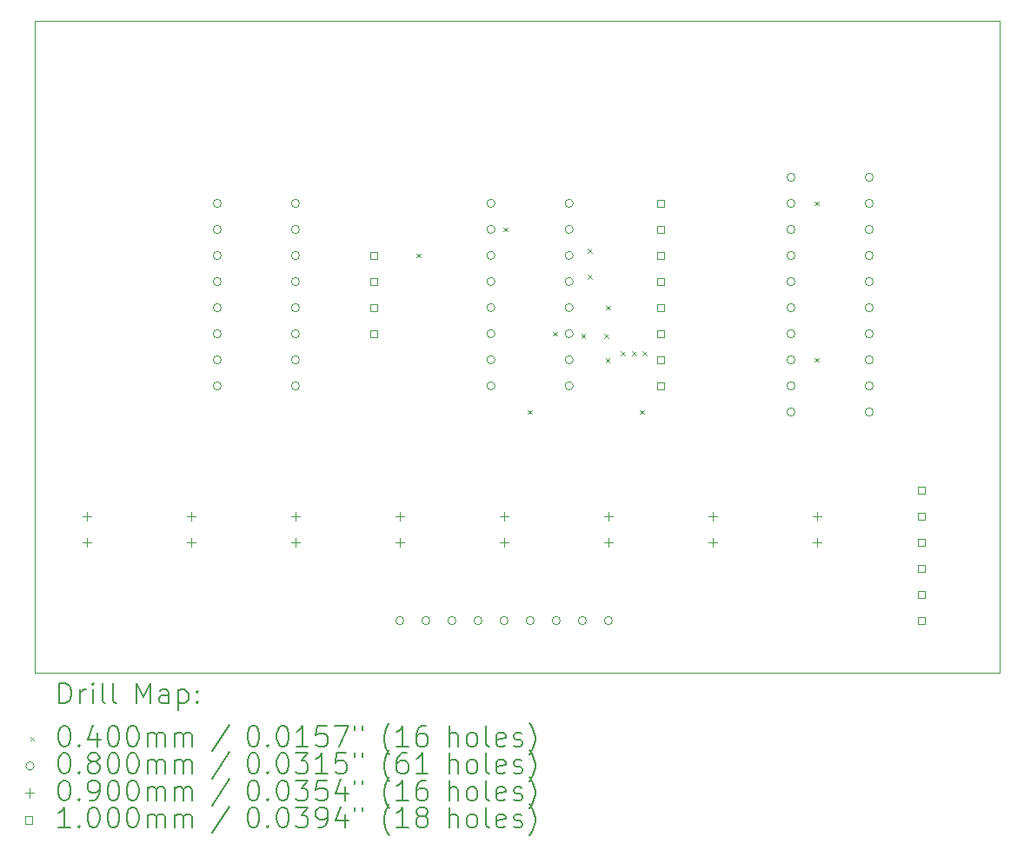
<source format=gbr>
%TF.GenerationSoftware,KiCad,Pcbnew,(7.0.0)*%
%TF.CreationDate,2023-03-05T21:28:28-05:00*%
%TF.ProjectId,8bc_ir,3862635f-6972-42e6-9b69-6361645f7063,rev?*%
%TF.SameCoordinates,Original*%
%TF.FileFunction,Drillmap*%
%TF.FilePolarity,Positive*%
%FSLAX45Y45*%
G04 Gerber Fmt 4.5, Leading zero omitted, Abs format (unit mm)*
G04 Created by KiCad (PCBNEW (7.0.0)) date 2023-03-05 21:28:28*
%MOMM*%
%LPD*%
G01*
G04 APERTURE LIST*
%ADD10C,0.100000*%
%ADD11C,0.200000*%
%ADD12C,0.040000*%
%ADD13C,0.080000*%
%ADD14C,0.090000*%
G04 APERTURE END LIST*
D10*
X10414000Y-3048000D02*
X19812000Y-3048000D01*
X19812000Y-3048000D02*
X19812000Y-9398000D01*
X19812000Y-9398000D02*
X10414000Y-9398000D01*
X10414000Y-9398000D02*
X10414000Y-3048000D01*
D11*
D12*
X14131550Y-5314000D02*
X14171550Y-5354000D01*
X14171550Y-5314000D02*
X14131550Y-5354000D01*
X14977950Y-5060000D02*
X15017950Y-5100000D01*
X15017950Y-5060000D02*
X14977950Y-5100000D01*
X15220000Y-6838000D02*
X15260000Y-6878000D01*
X15260000Y-6838000D02*
X15220000Y-6878000D01*
X15460050Y-6076000D02*
X15500050Y-6116000D01*
X15500050Y-6076000D02*
X15460050Y-6116000D01*
X15737801Y-6100431D02*
X15777801Y-6140431D01*
X15777801Y-6100431D02*
X15737801Y-6140431D01*
X15800450Y-5265090D02*
X15840450Y-5305090D01*
X15840450Y-5265090D02*
X15800450Y-5305090D01*
X15800450Y-5519090D02*
X15840450Y-5559090D01*
X15840450Y-5519090D02*
X15800450Y-5559090D01*
X15962795Y-6095205D02*
X16002795Y-6135205D01*
X16002795Y-6095205D02*
X15962795Y-6135205D01*
X15974685Y-6337315D02*
X16014685Y-6377315D01*
X16014685Y-6337315D02*
X15974685Y-6377315D01*
X15982000Y-5822000D02*
X16022000Y-5862000D01*
X16022000Y-5822000D02*
X15982000Y-5862000D01*
X16120337Y-6265950D02*
X16160337Y-6305950D01*
X16160337Y-6265950D02*
X16120337Y-6305950D01*
X16236000Y-6265950D02*
X16276000Y-6305950D01*
X16276000Y-6265950D02*
X16236000Y-6305950D01*
X16308450Y-6838000D02*
X16348450Y-6878000D01*
X16348450Y-6838000D02*
X16308450Y-6878000D01*
X16335950Y-6265950D02*
X16375950Y-6305950D01*
X16375950Y-6265950D02*
X16335950Y-6305950D01*
X18014000Y-4806000D02*
X18054000Y-4846000D01*
X18054000Y-4806000D02*
X18014000Y-4846000D01*
X18014000Y-6330000D02*
X18054000Y-6370000D01*
X18054000Y-6330000D02*
X18014000Y-6370000D01*
D13*
X12232000Y-4826000D02*
G75*
G03*
X12232000Y-4826000I-40000J0D01*
G01*
X12232000Y-5080000D02*
G75*
G03*
X12232000Y-5080000I-40000J0D01*
G01*
X12232000Y-5334000D02*
G75*
G03*
X12232000Y-5334000I-40000J0D01*
G01*
X12232000Y-5588000D02*
G75*
G03*
X12232000Y-5588000I-40000J0D01*
G01*
X12232000Y-5842000D02*
G75*
G03*
X12232000Y-5842000I-40000J0D01*
G01*
X12232000Y-6096000D02*
G75*
G03*
X12232000Y-6096000I-40000J0D01*
G01*
X12232000Y-6350000D02*
G75*
G03*
X12232000Y-6350000I-40000J0D01*
G01*
X12232000Y-6604000D02*
G75*
G03*
X12232000Y-6604000I-40000J0D01*
G01*
X12994000Y-4826000D02*
G75*
G03*
X12994000Y-4826000I-40000J0D01*
G01*
X12994000Y-5080000D02*
G75*
G03*
X12994000Y-5080000I-40000J0D01*
G01*
X12994000Y-5334000D02*
G75*
G03*
X12994000Y-5334000I-40000J0D01*
G01*
X12994000Y-5588000D02*
G75*
G03*
X12994000Y-5588000I-40000J0D01*
G01*
X12994000Y-5842000D02*
G75*
G03*
X12994000Y-5842000I-40000J0D01*
G01*
X12994000Y-6096000D02*
G75*
G03*
X12994000Y-6096000I-40000J0D01*
G01*
X12994000Y-6350000D02*
G75*
G03*
X12994000Y-6350000I-40000J0D01*
G01*
X12994000Y-6604000D02*
G75*
G03*
X12994000Y-6604000I-40000J0D01*
G01*
X14010000Y-8890000D02*
G75*
G03*
X14010000Y-8890000I-40000J0D01*
G01*
X14264000Y-8890000D02*
G75*
G03*
X14264000Y-8890000I-40000J0D01*
G01*
X14518000Y-8890000D02*
G75*
G03*
X14518000Y-8890000I-40000J0D01*
G01*
X14772000Y-8890000D02*
G75*
G03*
X14772000Y-8890000I-40000J0D01*
G01*
X14898000Y-4826000D02*
G75*
G03*
X14898000Y-4826000I-40000J0D01*
G01*
X14898000Y-5080000D02*
G75*
G03*
X14898000Y-5080000I-40000J0D01*
G01*
X14898000Y-5334000D02*
G75*
G03*
X14898000Y-5334000I-40000J0D01*
G01*
X14898000Y-5588000D02*
G75*
G03*
X14898000Y-5588000I-40000J0D01*
G01*
X14898000Y-5842000D02*
G75*
G03*
X14898000Y-5842000I-40000J0D01*
G01*
X14898000Y-6096000D02*
G75*
G03*
X14898000Y-6096000I-40000J0D01*
G01*
X14898000Y-6350000D02*
G75*
G03*
X14898000Y-6350000I-40000J0D01*
G01*
X14898000Y-6604000D02*
G75*
G03*
X14898000Y-6604000I-40000J0D01*
G01*
X15026000Y-8890000D02*
G75*
G03*
X15026000Y-8890000I-40000J0D01*
G01*
X15280000Y-8890000D02*
G75*
G03*
X15280000Y-8890000I-40000J0D01*
G01*
X15534000Y-8890000D02*
G75*
G03*
X15534000Y-8890000I-40000J0D01*
G01*
X15660000Y-4826000D02*
G75*
G03*
X15660000Y-4826000I-40000J0D01*
G01*
X15660000Y-5080000D02*
G75*
G03*
X15660000Y-5080000I-40000J0D01*
G01*
X15660000Y-5334000D02*
G75*
G03*
X15660000Y-5334000I-40000J0D01*
G01*
X15660000Y-5588000D02*
G75*
G03*
X15660000Y-5588000I-40000J0D01*
G01*
X15660000Y-5842000D02*
G75*
G03*
X15660000Y-5842000I-40000J0D01*
G01*
X15660000Y-6096000D02*
G75*
G03*
X15660000Y-6096000I-40000J0D01*
G01*
X15660000Y-6350000D02*
G75*
G03*
X15660000Y-6350000I-40000J0D01*
G01*
X15660000Y-6604000D02*
G75*
G03*
X15660000Y-6604000I-40000J0D01*
G01*
X15788000Y-8890000D02*
G75*
G03*
X15788000Y-8890000I-40000J0D01*
G01*
X16042000Y-8890000D02*
G75*
G03*
X16042000Y-8890000I-40000J0D01*
G01*
X17820000Y-4572000D02*
G75*
G03*
X17820000Y-4572000I-40000J0D01*
G01*
X17820000Y-4826000D02*
G75*
G03*
X17820000Y-4826000I-40000J0D01*
G01*
X17820000Y-5080000D02*
G75*
G03*
X17820000Y-5080000I-40000J0D01*
G01*
X17820000Y-5334000D02*
G75*
G03*
X17820000Y-5334000I-40000J0D01*
G01*
X17820000Y-5588000D02*
G75*
G03*
X17820000Y-5588000I-40000J0D01*
G01*
X17820000Y-5842000D02*
G75*
G03*
X17820000Y-5842000I-40000J0D01*
G01*
X17820000Y-6096000D02*
G75*
G03*
X17820000Y-6096000I-40000J0D01*
G01*
X17820000Y-6350000D02*
G75*
G03*
X17820000Y-6350000I-40000J0D01*
G01*
X17820000Y-6604000D02*
G75*
G03*
X17820000Y-6604000I-40000J0D01*
G01*
X17820000Y-6858000D02*
G75*
G03*
X17820000Y-6858000I-40000J0D01*
G01*
X18582000Y-4572000D02*
G75*
G03*
X18582000Y-4572000I-40000J0D01*
G01*
X18582000Y-4826000D02*
G75*
G03*
X18582000Y-4826000I-40000J0D01*
G01*
X18582000Y-5080000D02*
G75*
G03*
X18582000Y-5080000I-40000J0D01*
G01*
X18582000Y-5334000D02*
G75*
G03*
X18582000Y-5334000I-40000J0D01*
G01*
X18582000Y-5588000D02*
G75*
G03*
X18582000Y-5588000I-40000J0D01*
G01*
X18582000Y-5842000D02*
G75*
G03*
X18582000Y-5842000I-40000J0D01*
G01*
X18582000Y-6096000D02*
G75*
G03*
X18582000Y-6096000I-40000J0D01*
G01*
X18582000Y-6350000D02*
G75*
G03*
X18582000Y-6350000I-40000J0D01*
G01*
X18582000Y-6604000D02*
G75*
G03*
X18582000Y-6604000I-40000J0D01*
G01*
X18582000Y-6858000D02*
G75*
G03*
X18582000Y-6858000I-40000J0D01*
G01*
D14*
X10922000Y-7829000D02*
X10922000Y-7919000D01*
X10877000Y-7874000D02*
X10967000Y-7874000D01*
X10922000Y-8083000D02*
X10922000Y-8173000D01*
X10877000Y-8128000D02*
X10967000Y-8128000D01*
X11938000Y-7829000D02*
X11938000Y-7919000D01*
X11893000Y-7874000D02*
X11983000Y-7874000D01*
X11938000Y-8083000D02*
X11938000Y-8173000D01*
X11893000Y-8128000D02*
X11983000Y-8128000D01*
X12954000Y-7829000D02*
X12954000Y-7919000D01*
X12909000Y-7874000D02*
X12999000Y-7874000D01*
X12954000Y-8083000D02*
X12954000Y-8173000D01*
X12909000Y-8128000D02*
X12999000Y-8128000D01*
X13970000Y-7829000D02*
X13970000Y-7919000D01*
X13925000Y-7874000D02*
X14015000Y-7874000D01*
X13970000Y-8083000D02*
X13970000Y-8173000D01*
X13925000Y-8128000D02*
X14015000Y-8128000D01*
X14986000Y-7829000D02*
X14986000Y-7919000D01*
X14941000Y-7874000D02*
X15031000Y-7874000D01*
X14986000Y-8083000D02*
X14986000Y-8173000D01*
X14941000Y-8128000D02*
X15031000Y-8128000D01*
X16002000Y-7829000D02*
X16002000Y-7919000D01*
X15957000Y-7874000D02*
X16047000Y-7874000D01*
X16002000Y-8083000D02*
X16002000Y-8173000D01*
X15957000Y-8128000D02*
X16047000Y-8128000D01*
X17018000Y-7829000D02*
X17018000Y-7919000D01*
X16973000Y-7874000D02*
X17063000Y-7874000D01*
X17018000Y-8083000D02*
X17018000Y-8173000D01*
X16973000Y-8128000D02*
X17063000Y-8128000D01*
X18034000Y-7829000D02*
X18034000Y-7919000D01*
X17989000Y-7874000D02*
X18079000Y-7874000D01*
X18034000Y-8083000D02*
X18034000Y-8173000D01*
X17989000Y-8128000D02*
X18079000Y-8128000D01*
D10*
X13751356Y-5369356D02*
X13751356Y-5298644D01*
X13680644Y-5298644D01*
X13680644Y-5369356D01*
X13751356Y-5369356D01*
X13751356Y-5623356D02*
X13751356Y-5552644D01*
X13680644Y-5552644D01*
X13680644Y-5623356D01*
X13751356Y-5623356D01*
X13751356Y-5877356D02*
X13751356Y-5806644D01*
X13680644Y-5806644D01*
X13680644Y-5877356D01*
X13751356Y-5877356D01*
X13751356Y-6131356D02*
X13751356Y-6060644D01*
X13680644Y-6060644D01*
X13680644Y-6131356D01*
X13751356Y-6131356D01*
X16545356Y-4861356D02*
X16545356Y-4790644D01*
X16474644Y-4790644D01*
X16474644Y-4861356D01*
X16545356Y-4861356D01*
X16545356Y-5115356D02*
X16545356Y-5044644D01*
X16474644Y-5044644D01*
X16474644Y-5115356D01*
X16545356Y-5115356D01*
X16545356Y-5369356D02*
X16545356Y-5298644D01*
X16474644Y-5298644D01*
X16474644Y-5369356D01*
X16545356Y-5369356D01*
X16545356Y-5623356D02*
X16545356Y-5552644D01*
X16474644Y-5552644D01*
X16474644Y-5623356D01*
X16545356Y-5623356D01*
X16545356Y-5877356D02*
X16545356Y-5806644D01*
X16474644Y-5806644D01*
X16474644Y-5877356D01*
X16545356Y-5877356D01*
X16545356Y-6131356D02*
X16545356Y-6060644D01*
X16474644Y-6060644D01*
X16474644Y-6131356D01*
X16545356Y-6131356D01*
X16545356Y-6385356D02*
X16545356Y-6314644D01*
X16474644Y-6314644D01*
X16474644Y-6385356D01*
X16545356Y-6385356D01*
X16545356Y-6639356D02*
X16545356Y-6568644D01*
X16474644Y-6568644D01*
X16474644Y-6639356D01*
X16545356Y-6639356D01*
X19085356Y-7655356D02*
X19085356Y-7584644D01*
X19014644Y-7584644D01*
X19014644Y-7655356D01*
X19085356Y-7655356D01*
X19085356Y-7909356D02*
X19085356Y-7838644D01*
X19014644Y-7838644D01*
X19014644Y-7909356D01*
X19085356Y-7909356D01*
X19085356Y-8163356D02*
X19085356Y-8092644D01*
X19014644Y-8092644D01*
X19014644Y-8163356D01*
X19085356Y-8163356D01*
X19085356Y-8417356D02*
X19085356Y-8346644D01*
X19014644Y-8346644D01*
X19014644Y-8417356D01*
X19085356Y-8417356D01*
X19085356Y-8671356D02*
X19085356Y-8600644D01*
X19014644Y-8600644D01*
X19014644Y-8671356D01*
X19085356Y-8671356D01*
X19085356Y-8925356D02*
X19085356Y-8854644D01*
X19014644Y-8854644D01*
X19014644Y-8925356D01*
X19085356Y-8925356D01*
D11*
X10656619Y-9696476D02*
X10656619Y-9496476D01*
X10656619Y-9496476D02*
X10704238Y-9496476D01*
X10704238Y-9496476D02*
X10732810Y-9506000D01*
X10732810Y-9506000D02*
X10751857Y-9525048D01*
X10751857Y-9525048D02*
X10761381Y-9544095D01*
X10761381Y-9544095D02*
X10770905Y-9582190D01*
X10770905Y-9582190D02*
X10770905Y-9610762D01*
X10770905Y-9610762D02*
X10761381Y-9648857D01*
X10761381Y-9648857D02*
X10751857Y-9667905D01*
X10751857Y-9667905D02*
X10732810Y-9686952D01*
X10732810Y-9686952D02*
X10704238Y-9696476D01*
X10704238Y-9696476D02*
X10656619Y-9696476D01*
X10856619Y-9696476D02*
X10856619Y-9563143D01*
X10856619Y-9601238D02*
X10866143Y-9582190D01*
X10866143Y-9582190D02*
X10875667Y-9572667D01*
X10875667Y-9572667D02*
X10894714Y-9563143D01*
X10894714Y-9563143D02*
X10913762Y-9563143D01*
X10980429Y-9696476D02*
X10980429Y-9563143D01*
X10980429Y-9496476D02*
X10970905Y-9506000D01*
X10970905Y-9506000D02*
X10980429Y-9515524D01*
X10980429Y-9515524D02*
X10989952Y-9506000D01*
X10989952Y-9506000D02*
X10980429Y-9496476D01*
X10980429Y-9496476D02*
X10980429Y-9515524D01*
X11104238Y-9696476D02*
X11085190Y-9686952D01*
X11085190Y-9686952D02*
X11075667Y-9667905D01*
X11075667Y-9667905D02*
X11075667Y-9496476D01*
X11209000Y-9696476D02*
X11189952Y-9686952D01*
X11189952Y-9686952D02*
X11180429Y-9667905D01*
X11180429Y-9667905D02*
X11180429Y-9496476D01*
X11405190Y-9696476D02*
X11405190Y-9496476D01*
X11405190Y-9496476D02*
X11471857Y-9639333D01*
X11471857Y-9639333D02*
X11538524Y-9496476D01*
X11538524Y-9496476D02*
X11538524Y-9696476D01*
X11719476Y-9696476D02*
X11719476Y-9591714D01*
X11719476Y-9591714D02*
X11709952Y-9572667D01*
X11709952Y-9572667D02*
X11690905Y-9563143D01*
X11690905Y-9563143D02*
X11652809Y-9563143D01*
X11652809Y-9563143D02*
X11633762Y-9572667D01*
X11719476Y-9686952D02*
X11700428Y-9696476D01*
X11700428Y-9696476D02*
X11652809Y-9696476D01*
X11652809Y-9696476D02*
X11633762Y-9686952D01*
X11633762Y-9686952D02*
X11624238Y-9667905D01*
X11624238Y-9667905D02*
X11624238Y-9648857D01*
X11624238Y-9648857D02*
X11633762Y-9629810D01*
X11633762Y-9629810D02*
X11652809Y-9620286D01*
X11652809Y-9620286D02*
X11700428Y-9620286D01*
X11700428Y-9620286D02*
X11719476Y-9610762D01*
X11814714Y-9563143D02*
X11814714Y-9763143D01*
X11814714Y-9572667D02*
X11833762Y-9563143D01*
X11833762Y-9563143D02*
X11871857Y-9563143D01*
X11871857Y-9563143D02*
X11890905Y-9572667D01*
X11890905Y-9572667D02*
X11900428Y-9582190D01*
X11900428Y-9582190D02*
X11909952Y-9601238D01*
X11909952Y-9601238D02*
X11909952Y-9658381D01*
X11909952Y-9658381D02*
X11900428Y-9677429D01*
X11900428Y-9677429D02*
X11890905Y-9686952D01*
X11890905Y-9686952D02*
X11871857Y-9696476D01*
X11871857Y-9696476D02*
X11833762Y-9696476D01*
X11833762Y-9696476D02*
X11814714Y-9686952D01*
X11995667Y-9677429D02*
X12005190Y-9686952D01*
X12005190Y-9686952D02*
X11995667Y-9696476D01*
X11995667Y-9696476D02*
X11986143Y-9686952D01*
X11986143Y-9686952D02*
X11995667Y-9677429D01*
X11995667Y-9677429D02*
X11995667Y-9696476D01*
X11995667Y-9572667D02*
X12005190Y-9582190D01*
X12005190Y-9582190D02*
X11995667Y-9591714D01*
X11995667Y-9591714D02*
X11986143Y-9582190D01*
X11986143Y-9582190D02*
X11995667Y-9572667D01*
X11995667Y-9572667D02*
X11995667Y-9591714D01*
D12*
X10369000Y-10023000D02*
X10409000Y-10063000D01*
X10409000Y-10023000D02*
X10369000Y-10063000D01*
D11*
X10694714Y-9916476D02*
X10713762Y-9916476D01*
X10713762Y-9916476D02*
X10732810Y-9926000D01*
X10732810Y-9926000D02*
X10742333Y-9935524D01*
X10742333Y-9935524D02*
X10751857Y-9954571D01*
X10751857Y-9954571D02*
X10761381Y-9992667D01*
X10761381Y-9992667D02*
X10761381Y-10040286D01*
X10761381Y-10040286D02*
X10751857Y-10078381D01*
X10751857Y-10078381D02*
X10742333Y-10097429D01*
X10742333Y-10097429D02*
X10732810Y-10106952D01*
X10732810Y-10106952D02*
X10713762Y-10116476D01*
X10713762Y-10116476D02*
X10694714Y-10116476D01*
X10694714Y-10116476D02*
X10675667Y-10106952D01*
X10675667Y-10106952D02*
X10666143Y-10097429D01*
X10666143Y-10097429D02*
X10656619Y-10078381D01*
X10656619Y-10078381D02*
X10647095Y-10040286D01*
X10647095Y-10040286D02*
X10647095Y-9992667D01*
X10647095Y-9992667D02*
X10656619Y-9954571D01*
X10656619Y-9954571D02*
X10666143Y-9935524D01*
X10666143Y-9935524D02*
X10675667Y-9926000D01*
X10675667Y-9926000D02*
X10694714Y-9916476D01*
X10847095Y-10097429D02*
X10856619Y-10106952D01*
X10856619Y-10106952D02*
X10847095Y-10116476D01*
X10847095Y-10116476D02*
X10837571Y-10106952D01*
X10837571Y-10106952D02*
X10847095Y-10097429D01*
X10847095Y-10097429D02*
X10847095Y-10116476D01*
X11028048Y-9983143D02*
X11028048Y-10116476D01*
X10980429Y-9906952D02*
X10932810Y-10049810D01*
X10932810Y-10049810D02*
X11056619Y-10049810D01*
X11170905Y-9916476D02*
X11189952Y-9916476D01*
X11189952Y-9916476D02*
X11209000Y-9926000D01*
X11209000Y-9926000D02*
X11218524Y-9935524D01*
X11218524Y-9935524D02*
X11228048Y-9954571D01*
X11228048Y-9954571D02*
X11237571Y-9992667D01*
X11237571Y-9992667D02*
X11237571Y-10040286D01*
X11237571Y-10040286D02*
X11228048Y-10078381D01*
X11228048Y-10078381D02*
X11218524Y-10097429D01*
X11218524Y-10097429D02*
X11209000Y-10106952D01*
X11209000Y-10106952D02*
X11189952Y-10116476D01*
X11189952Y-10116476D02*
X11170905Y-10116476D01*
X11170905Y-10116476D02*
X11151857Y-10106952D01*
X11151857Y-10106952D02*
X11142333Y-10097429D01*
X11142333Y-10097429D02*
X11132810Y-10078381D01*
X11132810Y-10078381D02*
X11123286Y-10040286D01*
X11123286Y-10040286D02*
X11123286Y-9992667D01*
X11123286Y-9992667D02*
X11132810Y-9954571D01*
X11132810Y-9954571D02*
X11142333Y-9935524D01*
X11142333Y-9935524D02*
X11151857Y-9926000D01*
X11151857Y-9926000D02*
X11170905Y-9916476D01*
X11361381Y-9916476D02*
X11380429Y-9916476D01*
X11380429Y-9916476D02*
X11399476Y-9926000D01*
X11399476Y-9926000D02*
X11409000Y-9935524D01*
X11409000Y-9935524D02*
X11418524Y-9954571D01*
X11418524Y-9954571D02*
X11428048Y-9992667D01*
X11428048Y-9992667D02*
X11428048Y-10040286D01*
X11428048Y-10040286D02*
X11418524Y-10078381D01*
X11418524Y-10078381D02*
X11409000Y-10097429D01*
X11409000Y-10097429D02*
X11399476Y-10106952D01*
X11399476Y-10106952D02*
X11380429Y-10116476D01*
X11380429Y-10116476D02*
X11361381Y-10116476D01*
X11361381Y-10116476D02*
X11342333Y-10106952D01*
X11342333Y-10106952D02*
X11332809Y-10097429D01*
X11332809Y-10097429D02*
X11323286Y-10078381D01*
X11323286Y-10078381D02*
X11313762Y-10040286D01*
X11313762Y-10040286D02*
X11313762Y-9992667D01*
X11313762Y-9992667D02*
X11323286Y-9954571D01*
X11323286Y-9954571D02*
X11332809Y-9935524D01*
X11332809Y-9935524D02*
X11342333Y-9926000D01*
X11342333Y-9926000D02*
X11361381Y-9916476D01*
X11513762Y-10116476D02*
X11513762Y-9983143D01*
X11513762Y-10002190D02*
X11523286Y-9992667D01*
X11523286Y-9992667D02*
X11542333Y-9983143D01*
X11542333Y-9983143D02*
X11570905Y-9983143D01*
X11570905Y-9983143D02*
X11589952Y-9992667D01*
X11589952Y-9992667D02*
X11599476Y-10011714D01*
X11599476Y-10011714D02*
X11599476Y-10116476D01*
X11599476Y-10011714D02*
X11609000Y-9992667D01*
X11609000Y-9992667D02*
X11628048Y-9983143D01*
X11628048Y-9983143D02*
X11656619Y-9983143D01*
X11656619Y-9983143D02*
X11675667Y-9992667D01*
X11675667Y-9992667D02*
X11685190Y-10011714D01*
X11685190Y-10011714D02*
X11685190Y-10116476D01*
X11780429Y-10116476D02*
X11780429Y-9983143D01*
X11780429Y-10002190D02*
X11789952Y-9992667D01*
X11789952Y-9992667D02*
X11809000Y-9983143D01*
X11809000Y-9983143D02*
X11837571Y-9983143D01*
X11837571Y-9983143D02*
X11856619Y-9992667D01*
X11856619Y-9992667D02*
X11866143Y-10011714D01*
X11866143Y-10011714D02*
X11866143Y-10116476D01*
X11866143Y-10011714D02*
X11875667Y-9992667D01*
X11875667Y-9992667D02*
X11894714Y-9983143D01*
X11894714Y-9983143D02*
X11923286Y-9983143D01*
X11923286Y-9983143D02*
X11942333Y-9992667D01*
X11942333Y-9992667D02*
X11951857Y-10011714D01*
X11951857Y-10011714D02*
X11951857Y-10116476D01*
X12309952Y-9906952D02*
X12138524Y-10164095D01*
X12534714Y-9916476D02*
X12553762Y-9916476D01*
X12553762Y-9916476D02*
X12572810Y-9926000D01*
X12572810Y-9926000D02*
X12582333Y-9935524D01*
X12582333Y-9935524D02*
X12591857Y-9954571D01*
X12591857Y-9954571D02*
X12601381Y-9992667D01*
X12601381Y-9992667D02*
X12601381Y-10040286D01*
X12601381Y-10040286D02*
X12591857Y-10078381D01*
X12591857Y-10078381D02*
X12582333Y-10097429D01*
X12582333Y-10097429D02*
X12572810Y-10106952D01*
X12572810Y-10106952D02*
X12553762Y-10116476D01*
X12553762Y-10116476D02*
X12534714Y-10116476D01*
X12534714Y-10116476D02*
X12515667Y-10106952D01*
X12515667Y-10106952D02*
X12506143Y-10097429D01*
X12506143Y-10097429D02*
X12496619Y-10078381D01*
X12496619Y-10078381D02*
X12487095Y-10040286D01*
X12487095Y-10040286D02*
X12487095Y-9992667D01*
X12487095Y-9992667D02*
X12496619Y-9954571D01*
X12496619Y-9954571D02*
X12506143Y-9935524D01*
X12506143Y-9935524D02*
X12515667Y-9926000D01*
X12515667Y-9926000D02*
X12534714Y-9916476D01*
X12687095Y-10097429D02*
X12696619Y-10106952D01*
X12696619Y-10106952D02*
X12687095Y-10116476D01*
X12687095Y-10116476D02*
X12677571Y-10106952D01*
X12677571Y-10106952D02*
X12687095Y-10097429D01*
X12687095Y-10097429D02*
X12687095Y-10116476D01*
X12820429Y-9916476D02*
X12839476Y-9916476D01*
X12839476Y-9916476D02*
X12858524Y-9926000D01*
X12858524Y-9926000D02*
X12868048Y-9935524D01*
X12868048Y-9935524D02*
X12877571Y-9954571D01*
X12877571Y-9954571D02*
X12887095Y-9992667D01*
X12887095Y-9992667D02*
X12887095Y-10040286D01*
X12887095Y-10040286D02*
X12877571Y-10078381D01*
X12877571Y-10078381D02*
X12868048Y-10097429D01*
X12868048Y-10097429D02*
X12858524Y-10106952D01*
X12858524Y-10106952D02*
X12839476Y-10116476D01*
X12839476Y-10116476D02*
X12820429Y-10116476D01*
X12820429Y-10116476D02*
X12801381Y-10106952D01*
X12801381Y-10106952D02*
X12791857Y-10097429D01*
X12791857Y-10097429D02*
X12782333Y-10078381D01*
X12782333Y-10078381D02*
X12772810Y-10040286D01*
X12772810Y-10040286D02*
X12772810Y-9992667D01*
X12772810Y-9992667D02*
X12782333Y-9954571D01*
X12782333Y-9954571D02*
X12791857Y-9935524D01*
X12791857Y-9935524D02*
X12801381Y-9926000D01*
X12801381Y-9926000D02*
X12820429Y-9916476D01*
X13077571Y-10116476D02*
X12963286Y-10116476D01*
X13020429Y-10116476D02*
X13020429Y-9916476D01*
X13020429Y-9916476D02*
X13001381Y-9945048D01*
X13001381Y-9945048D02*
X12982333Y-9964095D01*
X12982333Y-9964095D02*
X12963286Y-9973619D01*
X13258524Y-9916476D02*
X13163286Y-9916476D01*
X13163286Y-9916476D02*
X13153762Y-10011714D01*
X13153762Y-10011714D02*
X13163286Y-10002190D01*
X13163286Y-10002190D02*
X13182333Y-9992667D01*
X13182333Y-9992667D02*
X13229952Y-9992667D01*
X13229952Y-9992667D02*
X13249000Y-10002190D01*
X13249000Y-10002190D02*
X13258524Y-10011714D01*
X13258524Y-10011714D02*
X13268048Y-10030762D01*
X13268048Y-10030762D02*
X13268048Y-10078381D01*
X13268048Y-10078381D02*
X13258524Y-10097429D01*
X13258524Y-10097429D02*
X13249000Y-10106952D01*
X13249000Y-10106952D02*
X13229952Y-10116476D01*
X13229952Y-10116476D02*
X13182333Y-10116476D01*
X13182333Y-10116476D02*
X13163286Y-10106952D01*
X13163286Y-10106952D02*
X13153762Y-10097429D01*
X13334714Y-9916476D02*
X13468048Y-9916476D01*
X13468048Y-9916476D02*
X13382333Y-10116476D01*
X13534714Y-9916476D02*
X13534714Y-9954571D01*
X13610905Y-9916476D02*
X13610905Y-9954571D01*
X13873762Y-10192667D02*
X13864238Y-10183143D01*
X13864238Y-10183143D02*
X13845191Y-10154571D01*
X13845191Y-10154571D02*
X13835667Y-10135524D01*
X13835667Y-10135524D02*
X13826143Y-10106952D01*
X13826143Y-10106952D02*
X13816619Y-10059333D01*
X13816619Y-10059333D02*
X13816619Y-10021238D01*
X13816619Y-10021238D02*
X13826143Y-9973619D01*
X13826143Y-9973619D02*
X13835667Y-9945048D01*
X13835667Y-9945048D02*
X13845191Y-9926000D01*
X13845191Y-9926000D02*
X13864238Y-9897429D01*
X13864238Y-9897429D02*
X13873762Y-9887905D01*
X14054714Y-10116476D02*
X13940429Y-10116476D01*
X13997571Y-10116476D02*
X13997571Y-9916476D01*
X13997571Y-9916476D02*
X13978524Y-9945048D01*
X13978524Y-9945048D02*
X13959476Y-9964095D01*
X13959476Y-9964095D02*
X13940429Y-9973619D01*
X14226143Y-9916476D02*
X14188048Y-9916476D01*
X14188048Y-9916476D02*
X14169000Y-9926000D01*
X14169000Y-9926000D02*
X14159476Y-9935524D01*
X14159476Y-9935524D02*
X14140429Y-9964095D01*
X14140429Y-9964095D02*
X14130905Y-10002190D01*
X14130905Y-10002190D02*
X14130905Y-10078381D01*
X14130905Y-10078381D02*
X14140429Y-10097429D01*
X14140429Y-10097429D02*
X14149952Y-10106952D01*
X14149952Y-10106952D02*
X14169000Y-10116476D01*
X14169000Y-10116476D02*
X14207095Y-10116476D01*
X14207095Y-10116476D02*
X14226143Y-10106952D01*
X14226143Y-10106952D02*
X14235667Y-10097429D01*
X14235667Y-10097429D02*
X14245191Y-10078381D01*
X14245191Y-10078381D02*
X14245191Y-10030762D01*
X14245191Y-10030762D02*
X14235667Y-10011714D01*
X14235667Y-10011714D02*
X14226143Y-10002190D01*
X14226143Y-10002190D02*
X14207095Y-9992667D01*
X14207095Y-9992667D02*
X14169000Y-9992667D01*
X14169000Y-9992667D02*
X14149952Y-10002190D01*
X14149952Y-10002190D02*
X14140429Y-10011714D01*
X14140429Y-10011714D02*
X14130905Y-10030762D01*
X14450905Y-10116476D02*
X14450905Y-9916476D01*
X14536619Y-10116476D02*
X14536619Y-10011714D01*
X14536619Y-10011714D02*
X14527095Y-9992667D01*
X14527095Y-9992667D02*
X14508048Y-9983143D01*
X14508048Y-9983143D02*
X14479476Y-9983143D01*
X14479476Y-9983143D02*
X14460429Y-9992667D01*
X14460429Y-9992667D02*
X14450905Y-10002190D01*
X14660429Y-10116476D02*
X14641381Y-10106952D01*
X14641381Y-10106952D02*
X14631857Y-10097429D01*
X14631857Y-10097429D02*
X14622333Y-10078381D01*
X14622333Y-10078381D02*
X14622333Y-10021238D01*
X14622333Y-10021238D02*
X14631857Y-10002190D01*
X14631857Y-10002190D02*
X14641381Y-9992667D01*
X14641381Y-9992667D02*
X14660429Y-9983143D01*
X14660429Y-9983143D02*
X14689000Y-9983143D01*
X14689000Y-9983143D02*
X14708048Y-9992667D01*
X14708048Y-9992667D02*
X14717572Y-10002190D01*
X14717572Y-10002190D02*
X14727095Y-10021238D01*
X14727095Y-10021238D02*
X14727095Y-10078381D01*
X14727095Y-10078381D02*
X14717572Y-10097429D01*
X14717572Y-10097429D02*
X14708048Y-10106952D01*
X14708048Y-10106952D02*
X14689000Y-10116476D01*
X14689000Y-10116476D02*
X14660429Y-10116476D01*
X14841381Y-10116476D02*
X14822333Y-10106952D01*
X14822333Y-10106952D02*
X14812810Y-10087905D01*
X14812810Y-10087905D02*
X14812810Y-9916476D01*
X14993762Y-10106952D02*
X14974714Y-10116476D01*
X14974714Y-10116476D02*
X14936619Y-10116476D01*
X14936619Y-10116476D02*
X14917572Y-10106952D01*
X14917572Y-10106952D02*
X14908048Y-10087905D01*
X14908048Y-10087905D02*
X14908048Y-10011714D01*
X14908048Y-10011714D02*
X14917572Y-9992667D01*
X14917572Y-9992667D02*
X14936619Y-9983143D01*
X14936619Y-9983143D02*
X14974714Y-9983143D01*
X14974714Y-9983143D02*
X14993762Y-9992667D01*
X14993762Y-9992667D02*
X15003286Y-10011714D01*
X15003286Y-10011714D02*
X15003286Y-10030762D01*
X15003286Y-10030762D02*
X14908048Y-10049810D01*
X15079476Y-10106952D02*
X15098524Y-10116476D01*
X15098524Y-10116476D02*
X15136619Y-10116476D01*
X15136619Y-10116476D02*
X15155667Y-10106952D01*
X15155667Y-10106952D02*
X15165191Y-10087905D01*
X15165191Y-10087905D02*
X15165191Y-10078381D01*
X15165191Y-10078381D02*
X15155667Y-10059333D01*
X15155667Y-10059333D02*
X15136619Y-10049810D01*
X15136619Y-10049810D02*
X15108048Y-10049810D01*
X15108048Y-10049810D02*
X15089000Y-10040286D01*
X15089000Y-10040286D02*
X15079476Y-10021238D01*
X15079476Y-10021238D02*
X15079476Y-10011714D01*
X15079476Y-10011714D02*
X15089000Y-9992667D01*
X15089000Y-9992667D02*
X15108048Y-9983143D01*
X15108048Y-9983143D02*
X15136619Y-9983143D01*
X15136619Y-9983143D02*
X15155667Y-9992667D01*
X15231857Y-10192667D02*
X15241381Y-10183143D01*
X15241381Y-10183143D02*
X15260429Y-10154571D01*
X15260429Y-10154571D02*
X15269953Y-10135524D01*
X15269953Y-10135524D02*
X15279476Y-10106952D01*
X15279476Y-10106952D02*
X15289000Y-10059333D01*
X15289000Y-10059333D02*
X15289000Y-10021238D01*
X15289000Y-10021238D02*
X15279476Y-9973619D01*
X15279476Y-9973619D02*
X15269953Y-9945048D01*
X15269953Y-9945048D02*
X15260429Y-9926000D01*
X15260429Y-9926000D02*
X15241381Y-9897429D01*
X15241381Y-9897429D02*
X15231857Y-9887905D01*
D13*
X10409000Y-10307000D02*
G75*
G03*
X10409000Y-10307000I-40000J0D01*
G01*
D11*
X10694714Y-10180476D02*
X10713762Y-10180476D01*
X10713762Y-10180476D02*
X10732810Y-10190000D01*
X10732810Y-10190000D02*
X10742333Y-10199524D01*
X10742333Y-10199524D02*
X10751857Y-10218571D01*
X10751857Y-10218571D02*
X10761381Y-10256667D01*
X10761381Y-10256667D02*
X10761381Y-10304286D01*
X10761381Y-10304286D02*
X10751857Y-10342381D01*
X10751857Y-10342381D02*
X10742333Y-10361429D01*
X10742333Y-10361429D02*
X10732810Y-10370952D01*
X10732810Y-10370952D02*
X10713762Y-10380476D01*
X10713762Y-10380476D02*
X10694714Y-10380476D01*
X10694714Y-10380476D02*
X10675667Y-10370952D01*
X10675667Y-10370952D02*
X10666143Y-10361429D01*
X10666143Y-10361429D02*
X10656619Y-10342381D01*
X10656619Y-10342381D02*
X10647095Y-10304286D01*
X10647095Y-10304286D02*
X10647095Y-10256667D01*
X10647095Y-10256667D02*
X10656619Y-10218571D01*
X10656619Y-10218571D02*
X10666143Y-10199524D01*
X10666143Y-10199524D02*
X10675667Y-10190000D01*
X10675667Y-10190000D02*
X10694714Y-10180476D01*
X10847095Y-10361429D02*
X10856619Y-10370952D01*
X10856619Y-10370952D02*
X10847095Y-10380476D01*
X10847095Y-10380476D02*
X10837571Y-10370952D01*
X10837571Y-10370952D02*
X10847095Y-10361429D01*
X10847095Y-10361429D02*
X10847095Y-10380476D01*
X10970905Y-10266190D02*
X10951857Y-10256667D01*
X10951857Y-10256667D02*
X10942333Y-10247143D01*
X10942333Y-10247143D02*
X10932810Y-10228095D01*
X10932810Y-10228095D02*
X10932810Y-10218571D01*
X10932810Y-10218571D02*
X10942333Y-10199524D01*
X10942333Y-10199524D02*
X10951857Y-10190000D01*
X10951857Y-10190000D02*
X10970905Y-10180476D01*
X10970905Y-10180476D02*
X11009000Y-10180476D01*
X11009000Y-10180476D02*
X11028048Y-10190000D01*
X11028048Y-10190000D02*
X11037571Y-10199524D01*
X11037571Y-10199524D02*
X11047095Y-10218571D01*
X11047095Y-10218571D02*
X11047095Y-10228095D01*
X11047095Y-10228095D02*
X11037571Y-10247143D01*
X11037571Y-10247143D02*
X11028048Y-10256667D01*
X11028048Y-10256667D02*
X11009000Y-10266190D01*
X11009000Y-10266190D02*
X10970905Y-10266190D01*
X10970905Y-10266190D02*
X10951857Y-10275714D01*
X10951857Y-10275714D02*
X10942333Y-10285238D01*
X10942333Y-10285238D02*
X10932810Y-10304286D01*
X10932810Y-10304286D02*
X10932810Y-10342381D01*
X10932810Y-10342381D02*
X10942333Y-10361429D01*
X10942333Y-10361429D02*
X10951857Y-10370952D01*
X10951857Y-10370952D02*
X10970905Y-10380476D01*
X10970905Y-10380476D02*
X11009000Y-10380476D01*
X11009000Y-10380476D02*
X11028048Y-10370952D01*
X11028048Y-10370952D02*
X11037571Y-10361429D01*
X11037571Y-10361429D02*
X11047095Y-10342381D01*
X11047095Y-10342381D02*
X11047095Y-10304286D01*
X11047095Y-10304286D02*
X11037571Y-10285238D01*
X11037571Y-10285238D02*
X11028048Y-10275714D01*
X11028048Y-10275714D02*
X11009000Y-10266190D01*
X11170905Y-10180476D02*
X11189952Y-10180476D01*
X11189952Y-10180476D02*
X11209000Y-10190000D01*
X11209000Y-10190000D02*
X11218524Y-10199524D01*
X11218524Y-10199524D02*
X11228048Y-10218571D01*
X11228048Y-10218571D02*
X11237571Y-10256667D01*
X11237571Y-10256667D02*
X11237571Y-10304286D01*
X11237571Y-10304286D02*
X11228048Y-10342381D01*
X11228048Y-10342381D02*
X11218524Y-10361429D01*
X11218524Y-10361429D02*
X11209000Y-10370952D01*
X11209000Y-10370952D02*
X11189952Y-10380476D01*
X11189952Y-10380476D02*
X11170905Y-10380476D01*
X11170905Y-10380476D02*
X11151857Y-10370952D01*
X11151857Y-10370952D02*
X11142333Y-10361429D01*
X11142333Y-10361429D02*
X11132810Y-10342381D01*
X11132810Y-10342381D02*
X11123286Y-10304286D01*
X11123286Y-10304286D02*
X11123286Y-10256667D01*
X11123286Y-10256667D02*
X11132810Y-10218571D01*
X11132810Y-10218571D02*
X11142333Y-10199524D01*
X11142333Y-10199524D02*
X11151857Y-10190000D01*
X11151857Y-10190000D02*
X11170905Y-10180476D01*
X11361381Y-10180476D02*
X11380429Y-10180476D01*
X11380429Y-10180476D02*
X11399476Y-10190000D01*
X11399476Y-10190000D02*
X11409000Y-10199524D01*
X11409000Y-10199524D02*
X11418524Y-10218571D01*
X11418524Y-10218571D02*
X11428048Y-10256667D01*
X11428048Y-10256667D02*
X11428048Y-10304286D01*
X11428048Y-10304286D02*
X11418524Y-10342381D01*
X11418524Y-10342381D02*
X11409000Y-10361429D01*
X11409000Y-10361429D02*
X11399476Y-10370952D01*
X11399476Y-10370952D02*
X11380429Y-10380476D01*
X11380429Y-10380476D02*
X11361381Y-10380476D01*
X11361381Y-10380476D02*
X11342333Y-10370952D01*
X11342333Y-10370952D02*
X11332809Y-10361429D01*
X11332809Y-10361429D02*
X11323286Y-10342381D01*
X11323286Y-10342381D02*
X11313762Y-10304286D01*
X11313762Y-10304286D02*
X11313762Y-10256667D01*
X11313762Y-10256667D02*
X11323286Y-10218571D01*
X11323286Y-10218571D02*
X11332809Y-10199524D01*
X11332809Y-10199524D02*
X11342333Y-10190000D01*
X11342333Y-10190000D02*
X11361381Y-10180476D01*
X11513762Y-10380476D02*
X11513762Y-10247143D01*
X11513762Y-10266190D02*
X11523286Y-10256667D01*
X11523286Y-10256667D02*
X11542333Y-10247143D01*
X11542333Y-10247143D02*
X11570905Y-10247143D01*
X11570905Y-10247143D02*
X11589952Y-10256667D01*
X11589952Y-10256667D02*
X11599476Y-10275714D01*
X11599476Y-10275714D02*
X11599476Y-10380476D01*
X11599476Y-10275714D02*
X11609000Y-10256667D01*
X11609000Y-10256667D02*
X11628048Y-10247143D01*
X11628048Y-10247143D02*
X11656619Y-10247143D01*
X11656619Y-10247143D02*
X11675667Y-10256667D01*
X11675667Y-10256667D02*
X11685190Y-10275714D01*
X11685190Y-10275714D02*
X11685190Y-10380476D01*
X11780429Y-10380476D02*
X11780429Y-10247143D01*
X11780429Y-10266190D02*
X11789952Y-10256667D01*
X11789952Y-10256667D02*
X11809000Y-10247143D01*
X11809000Y-10247143D02*
X11837571Y-10247143D01*
X11837571Y-10247143D02*
X11856619Y-10256667D01*
X11856619Y-10256667D02*
X11866143Y-10275714D01*
X11866143Y-10275714D02*
X11866143Y-10380476D01*
X11866143Y-10275714D02*
X11875667Y-10256667D01*
X11875667Y-10256667D02*
X11894714Y-10247143D01*
X11894714Y-10247143D02*
X11923286Y-10247143D01*
X11923286Y-10247143D02*
X11942333Y-10256667D01*
X11942333Y-10256667D02*
X11951857Y-10275714D01*
X11951857Y-10275714D02*
X11951857Y-10380476D01*
X12309952Y-10170952D02*
X12138524Y-10428095D01*
X12534714Y-10180476D02*
X12553762Y-10180476D01*
X12553762Y-10180476D02*
X12572810Y-10190000D01*
X12572810Y-10190000D02*
X12582333Y-10199524D01*
X12582333Y-10199524D02*
X12591857Y-10218571D01*
X12591857Y-10218571D02*
X12601381Y-10256667D01*
X12601381Y-10256667D02*
X12601381Y-10304286D01*
X12601381Y-10304286D02*
X12591857Y-10342381D01*
X12591857Y-10342381D02*
X12582333Y-10361429D01*
X12582333Y-10361429D02*
X12572810Y-10370952D01*
X12572810Y-10370952D02*
X12553762Y-10380476D01*
X12553762Y-10380476D02*
X12534714Y-10380476D01*
X12534714Y-10380476D02*
X12515667Y-10370952D01*
X12515667Y-10370952D02*
X12506143Y-10361429D01*
X12506143Y-10361429D02*
X12496619Y-10342381D01*
X12496619Y-10342381D02*
X12487095Y-10304286D01*
X12487095Y-10304286D02*
X12487095Y-10256667D01*
X12487095Y-10256667D02*
X12496619Y-10218571D01*
X12496619Y-10218571D02*
X12506143Y-10199524D01*
X12506143Y-10199524D02*
X12515667Y-10190000D01*
X12515667Y-10190000D02*
X12534714Y-10180476D01*
X12687095Y-10361429D02*
X12696619Y-10370952D01*
X12696619Y-10370952D02*
X12687095Y-10380476D01*
X12687095Y-10380476D02*
X12677571Y-10370952D01*
X12677571Y-10370952D02*
X12687095Y-10361429D01*
X12687095Y-10361429D02*
X12687095Y-10380476D01*
X12820429Y-10180476D02*
X12839476Y-10180476D01*
X12839476Y-10180476D02*
X12858524Y-10190000D01*
X12858524Y-10190000D02*
X12868048Y-10199524D01*
X12868048Y-10199524D02*
X12877571Y-10218571D01*
X12877571Y-10218571D02*
X12887095Y-10256667D01*
X12887095Y-10256667D02*
X12887095Y-10304286D01*
X12887095Y-10304286D02*
X12877571Y-10342381D01*
X12877571Y-10342381D02*
X12868048Y-10361429D01*
X12868048Y-10361429D02*
X12858524Y-10370952D01*
X12858524Y-10370952D02*
X12839476Y-10380476D01*
X12839476Y-10380476D02*
X12820429Y-10380476D01*
X12820429Y-10380476D02*
X12801381Y-10370952D01*
X12801381Y-10370952D02*
X12791857Y-10361429D01*
X12791857Y-10361429D02*
X12782333Y-10342381D01*
X12782333Y-10342381D02*
X12772810Y-10304286D01*
X12772810Y-10304286D02*
X12772810Y-10256667D01*
X12772810Y-10256667D02*
X12782333Y-10218571D01*
X12782333Y-10218571D02*
X12791857Y-10199524D01*
X12791857Y-10199524D02*
X12801381Y-10190000D01*
X12801381Y-10190000D02*
X12820429Y-10180476D01*
X12953762Y-10180476D02*
X13077571Y-10180476D01*
X13077571Y-10180476D02*
X13010905Y-10256667D01*
X13010905Y-10256667D02*
X13039476Y-10256667D01*
X13039476Y-10256667D02*
X13058524Y-10266190D01*
X13058524Y-10266190D02*
X13068048Y-10275714D01*
X13068048Y-10275714D02*
X13077571Y-10294762D01*
X13077571Y-10294762D02*
X13077571Y-10342381D01*
X13077571Y-10342381D02*
X13068048Y-10361429D01*
X13068048Y-10361429D02*
X13058524Y-10370952D01*
X13058524Y-10370952D02*
X13039476Y-10380476D01*
X13039476Y-10380476D02*
X12982333Y-10380476D01*
X12982333Y-10380476D02*
X12963286Y-10370952D01*
X12963286Y-10370952D02*
X12953762Y-10361429D01*
X13268048Y-10380476D02*
X13153762Y-10380476D01*
X13210905Y-10380476D02*
X13210905Y-10180476D01*
X13210905Y-10180476D02*
X13191857Y-10209048D01*
X13191857Y-10209048D02*
X13172810Y-10228095D01*
X13172810Y-10228095D02*
X13153762Y-10237619D01*
X13449000Y-10180476D02*
X13353762Y-10180476D01*
X13353762Y-10180476D02*
X13344238Y-10275714D01*
X13344238Y-10275714D02*
X13353762Y-10266190D01*
X13353762Y-10266190D02*
X13372810Y-10256667D01*
X13372810Y-10256667D02*
X13420429Y-10256667D01*
X13420429Y-10256667D02*
X13439476Y-10266190D01*
X13439476Y-10266190D02*
X13449000Y-10275714D01*
X13449000Y-10275714D02*
X13458524Y-10294762D01*
X13458524Y-10294762D02*
X13458524Y-10342381D01*
X13458524Y-10342381D02*
X13449000Y-10361429D01*
X13449000Y-10361429D02*
X13439476Y-10370952D01*
X13439476Y-10370952D02*
X13420429Y-10380476D01*
X13420429Y-10380476D02*
X13372810Y-10380476D01*
X13372810Y-10380476D02*
X13353762Y-10370952D01*
X13353762Y-10370952D02*
X13344238Y-10361429D01*
X13534714Y-10180476D02*
X13534714Y-10218571D01*
X13610905Y-10180476D02*
X13610905Y-10218571D01*
X13873762Y-10456667D02*
X13864238Y-10447143D01*
X13864238Y-10447143D02*
X13845191Y-10418571D01*
X13845191Y-10418571D02*
X13835667Y-10399524D01*
X13835667Y-10399524D02*
X13826143Y-10370952D01*
X13826143Y-10370952D02*
X13816619Y-10323333D01*
X13816619Y-10323333D02*
X13816619Y-10285238D01*
X13816619Y-10285238D02*
X13826143Y-10237619D01*
X13826143Y-10237619D02*
X13835667Y-10209048D01*
X13835667Y-10209048D02*
X13845191Y-10190000D01*
X13845191Y-10190000D02*
X13864238Y-10161429D01*
X13864238Y-10161429D02*
X13873762Y-10151905D01*
X14035667Y-10180476D02*
X13997571Y-10180476D01*
X13997571Y-10180476D02*
X13978524Y-10190000D01*
X13978524Y-10190000D02*
X13969000Y-10199524D01*
X13969000Y-10199524D02*
X13949952Y-10228095D01*
X13949952Y-10228095D02*
X13940429Y-10266190D01*
X13940429Y-10266190D02*
X13940429Y-10342381D01*
X13940429Y-10342381D02*
X13949952Y-10361429D01*
X13949952Y-10361429D02*
X13959476Y-10370952D01*
X13959476Y-10370952D02*
X13978524Y-10380476D01*
X13978524Y-10380476D02*
X14016619Y-10380476D01*
X14016619Y-10380476D02*
X14035667Y-10370952D01*
X14035667Y-10370952D02*
X14045191Y-10361429D01*
X14045191Y-10361429D02*
X14054714Y-10342381D01*
X14054714Y-10342381D02*
X14054714Y-10294762D01*
X14054714Y-10294762D02*
X14045191Y-10275714D01*
X14045191Y-10275714D02*
X14035667Y-10266190D01*
X14035667Y-10266190D02*
X14016619Y-10256667D01*
X14016619Y-10256667D02*
X13978524Y-10256667D01*
X13978524Y-10256667D02*
X13959476Y-10266190D01*
X13959476Y-10266190D02*
X13949952Y-10275714D01*
X13949952Y-10275714D02*
X13940429Y-10294762D01*
X14245191Y-10380476D02*
X14130905Y-10380476D01*
X14188048Y-10380476D02*
X14188048Y-10180476D01*
X14188048Y-10180476D02*
X14169000Y-10209048D01*
X14169000Y-10209048D02*
X14149952Y-10228095D01*
X14149952Y-10228095D02*
X14130905Y-10237619D01*
X14450905Y-10380476D02*
X14450905Y-10180476D01*
X14536619Y-10380476D02*
X14536619Y-10275714D01*
X14536619Y-10275714D02*
X14527095Y-10256667D01*
X14527095Y-10256667D02*
X14508048Y-10247143D01*
X14508048Y-10247143D02*
X14479476Y-10247143D01*
X14479476Y-10247143D02*
X14460429Y-10256667D01*
X14460429Y-10256667D02*
X14450905Y-10266190D01*
X14660429Y-10380476D02*
X14641381Y-10370952D01*
X14641381Y-10370952D02*
X14631857Y-10361429D01*
X14631857Y-10361429D02*
X14622333Y-10342381D01*
X14622333Y-10342381D02*
X14622333Y-10285238D01*
X14622333Y-10285238D02*
X14631857Y-10266190D01*
X14631857Y-10266190D02*
X14641381Y-10256667D01*
X14641381Y-10256667D02*
X14660429Y-10247143D01*
X14660429Y-10247143D02*
X14689000Y-10247143D01*
X14689000Y-10247143D02*
X14708048Y-10256667D01*
X14708048Y-10256667D02*
X14717572Y-10266190D01*
X14717572Y-10266190D02*
X14727095Y-10285238D01*
X14727095Y-10285238D02*
X14727095Y-10342381D01*
X14727095Y-10342381D02*
X14717572Y-10361429D01*
X14717572Y-10361429D02*
X14708048Y-10370952D01*
X14708048Y-10370952D02*
X14689000Y-10380476D01*
X14689000Y-10380476D02*
X14660429Y-10380476D01*
X14841381Y-10380476D02*
X14822333Y-10370952D01*
X14822333Y-10370952D02*
X14812810Y-10351905D01*
X14812810Y-10351905D02*
X14812810Y-10180476D01*
X14993762Y-10370952D02*
X14974714Y-10380476D01*
X14974714Y-10380476D02*
X14936619Y-10380476D01*
X14936619Y-10380476D02*
X14917572Y-10370952D01*
X14917572Y-10370952D02*
X14908048Y-10351905D01*
X14908048Y-10351905D02*
X14908048Y-10275714D01*
X14908048Y-10275714D02*
X14917572Y-10256667D01*
X14917572Y-10256667D02*
X14936619Y-10247143D01*
X14936619Y-10247143D02*
X14974714Y-10247143D01*
X14974714Y-10247143D02*
X14993762Y-10256667D01*
X14993762Y-10256667D02*
X15003286Y-10275714D01*
X15003286Y-10275714D02*
X15003286Y-10294762D01*
X15003286Y-10294762D02*
X14908048Y-10313810D01*
X15079476Y-10370952D02*
X15098524Y-10380476D01*
X15098524Y-10380476D02*
X15136619Y-10380476D01*
X15136619Y-10380476D02*
X15155667Y-10370952D01*
X15155667Y-10370952D02*
X15165191Y-10351905D01*
X15165191Y-10351905D02*
X15165191Y-10342381D01*
X15165191Y-10342381D02*
X15155667Y-10323333D01*
X15155667Y-10323333D02*
X15136619Y-10313810D01*
X15136619Y-10313810D02*
X15108048Y-10313810D01*
X15108048Y-10313810D02*
X15089000Y-10304286D01*
X15089000Y-10304286D02*
X15079476Y-10285238D01*
X15079476Y-10285238D02*
X15079476Y-10275714D01*
X15079476Y-10275714D02*
X15089000Y-10256667D01*
X15089000Y-10256667D02*
X15108048Y-10247143D01*
X15108048Y-10247143D02*
X15136619Y-10247143D01*
X15136619Y-10247143D02*
X15155667Y-10256667D01*
X15231857Y-10456667D02*
X15241381Y-10447143D01*
X15241381Y-10447143D02*
X15260429Y-10418571D01*
X15260429Y-10418571D02*
X15269953Y-10399524D01*
X15269953Y-10399524D02*
X15279476Y-10370952D01*
X15279476Y-10370952D02*
X15289000Y-10323333D01*
X15289000Y-10323333D02*
X15289000Y-10285238D01*
X15289000Y-10285238D02*
X15279476Y-10237619D01*
X15279476Y-10237619D02*
X15269953Y-10209048D01*
X15269953Y-10209048D02*
X15260429Y-10190000D01*
X15260429Y-10190000D02*
X15241381Y-10161429D01*
X15241381Y-10161429D02*
X15231857Y-10151905D01*
D14*
X10364000Y-10526000D02*
X10364000Y-10616000D01*
X10319000Y-10571000D02*
X10409000Y-10571000D01*
D11*
X10694714Y-10444476D02*
X10713762Y-10444476D01*
X10713762Y-10444476D02*
X10732810Y-10454000D01*
X10732810Y-10454000D02*
X10742333Y-10463524D01*
X10742333Y-10463524D02*
X10751857Y-10482571D01*
X10751857Y-10482571D02*
X10761381Y-10520667D01*
X10761381Y-10520667D02*
X10761381Y-10568286D01*
X10761381Y-10568286D02*
X10751857Y-10606381D01*
X10751857Y-10606381D02*
X10742333Y-10625429D01*
X10742333Y-10625429D02*
X10732810Y-10634952D01*
X10732810Y-10634952D02*
X10713762Y-10644476D01*
X10713762Y-10644476D02*
X10694714Y-10644476D01*
X10694714Y-10644476D02*
X10675667Y-10634952D01*
X10675667Y-10634952D02*
X10666143Y-10625429D01*
X10666143Y-10625429D02*
X10656619Y-10606381D01*
X10656619Y-10606381D02*
X10647095Y-10568286D01*
X10647095Y-10568286D02*
X10647095Y-10520667D01*
X10647095Y-10520667D02*
X10656619Y-10482571D01*
X10656619Y-10482571D02*
X10666143Y-10463524D01*
X10666143Y-10463524D02*
X10675667Y-10454000D01*
X10675667Y-10454000D02*
X10694714Y-10444476D01*
X10847095Y-10625429D02*
X10856619Y-10634952D01*
X10856619Y-10634952D02*
X10847095Y-10644476D01*
X10847095Y-10644476D02*
X10837571Y-10634952D01*
X10837571Y-10634952D02*
X10847095Y-10625429D01*
X10847095Y-10625429D02*
X10847095Y-10644476D01*
X10951857Y-10644476D02*
X10989952Y-10644476D01*
X10989952Y-10644476D02*
X11009000Y-10634952D01*
X11009000Y-10634952D02*
X11018524Y-10625429D01*
X11018524Y-10625429D02*
X11037571Y-10596857D01*
X11037571Y-10596857D02*
X11047095Y-10558762D01*
X11047095Y-10558762D02*
X11047095Y-10482571D01*
X11047095Y-10482571D02*
X11037571Y-10463524D01*
X11037571Y-10463524D02*
X11028048Y-10454000D01*
X11028048Y-10454000D02*
X11009000Y-10444476D01*
X11009000Y-10444476D02*
X10970905Y-10444476D01*
X10970905Y-10444476D02*
X10951857Y-10454000D01*
X10951857Y-10454000D02*
X10942333Y-10463524D01*
X10942333Y-10463524D02*
X10932810Y-10482571D01*
X10932810Y-10482571D02*
X10932810Y-10530190D01*
X10932810Y-10530190D02*
X10942333Y-10549238D01*
X10942333Y-10549238D02*
X10951857Y-10558762D01*
X10951857Y-10558762D02*
X10970905Y-10568286D01*
X10970905Y-10568286D02*
X11009000Y-10568286D01*
X11009000Y-10568286D02*
X11028048Y-10558762D01*
X11028048Y-10558762D02*
X11037571Y-10549238D01*
X11037571Y-10549238D02*
X11047095Y-10530190D01*
X11170905Y-10444476D02*
X11189952Y-10444476D01*
X11189952Y-10444476D02*
X11209000Y-10454000D01*
X11209000Y-10454000D02*
X11218524Y-10463524D01*
X11218524Y-10463524D02*
X11228048Y-10482571D01*
X11228048Y-10482571D02*
X11237571Y-10520667D01*
X11237571Y-10520667D02*
X11237571Y-10568286D01*
X11237571Y-10568286D02*
X11228048Y-10606381D01*
X11228048Y-10606381D02*
X11218524Y-10625429D01*
X11218524Y-10625429D02*
X11209000Y-10634952D01*
X11209000Y-10634952D02*
X11189952Y-10644476D01*
X11189952Y-10644476D02*
X11170905Y-10644476D01*
X11170905Y-10644476D02*
X11151857Y-10634952D01*
X11151857Y-10634952D02*
X11142333Y-10625429D01*
X11142333Y-10625429D02*
X11132810Y-10606381D01*
X11132810Y-10606381D02*
X11123286Y-10568286D01*
X11123286Y-10568286D02*
X11123286Y-10520667D01*
X11123286Y-10520667D02*
X11132810Y-10482571D01*
X11132810Y-10482571D02*
X11142333Y-10463524D01*
X11142333Y-10463524D02*
X11151857Y-10454000D01*
X11151857Y-10454000D02*
X11170905Y-10444476D01*
X11361381Y-10444476D02*
X11380429Y-10444476D01*
X11380429Y-10444476D02*
X11399476Y-10454000D01*
X11399476Y-10454000D02*
X11409000Y-10463524D01*
X11409000Y-10463524D02*
X11418524Y-10482571D01*
X11418524Y-10482571D02*
X11428048Y-10520667D01*
X11428048Y-10520667D02*
X11428048Y-10568286D01*
X11428048Y-10568286D02*
X11418524Y-10606381D01*
X11418524Y-10606381D02*
X11409000Y-10625429D01*
X11409000Y-10625429D02*
X11399476Y-10634952D01*
X11399476Y-10634952D02*
X11380429Y-10644476D01*
X11380429Y-10644476D02*
X11361381Y-10644476D01*
X11361381Y-10644476D02*
X11342333Y-10634952D01*
X11342333Y-10634952D02*
X11332809Y-10625429D01*
X11332809Y-10625429D02*
X11323286Y-10606381D01*
X11323286Y-10606381D02*
X11313762Y-10568286D01*
X11313762Y-10568286D02*
X11313762Y-10520667D01*
X11313762Y-10520667D02*
X11323286Y-10482571D01*
X11323286Y-10482571D02*
X11332809Y-10463524D01*
X11332809Y-10463524D02*
X11342333Y-10454000D01*
X11342333Y-10454000D02*
X11361381Y-10444476D01*
X11513762Y-10644476D02*
X11513762Y-10511143D01*
X11513762Y-10530190D02*
X11523286Y-10520667D01*
X11523286Y-10520667D02*
X11542333Y-10511143D01*
X11542333Y-10511143D02*
X11570905Y-10511143D01*
X11570905Y-10511143D02*
X11589952Y-10520667D01*
X11589952Y-10520667D02*
X11599476Y-10539714D01*
X11599476Y-10539714D02*
X11599476Y-10644476D01*
X11599476Y-10539714D02*
X11609000Y-10520667D01*
X11609000Y-10520667D02*
X11628048Y-10511143D01*
X11628048Y-10511143D02*
X11656619Y-10511143D01*
X11656619Y-10511143D02*
X11675667Y-10520667D01*
X11675667Y-10520667D02*
X11685190Y-10539714D01*
X11685190Y-10539714D02*
X11685190Y-10644476D01*
X11780429Y-10644476D02*
X11780429Y-10511143D01*
X11780429Y-10530190D02*
X11789952Y-10520667D01*
X11789952Y-10520667D02*
X11809000Y-10511143D01*
X11809000Y-10511143D02*
X11837571Y-10511143D01*
X11837571Y-10511143D02*
X11856619Y-10520667D01*
X11856619Y-10520667D02*
X11866143Y-10539714D01*
X11866143Y-10539714D02*
X11866143Y-10644476D01*
X11866143Y-10539714D02*
X11875667Y-10520667D01*
X11875667Y-10520667D02*
X11894714Y-10511143D01*
X11894714Y-10511143D02*
X11923286Y-10511143D01*
X11923286Y-10511143D02*
X11942333Y-10520667D01*
X11942333Y-10520667D02*
X11951857Y-10539714D01*
X11951857Y-10539714D02*
X11951857Y-10644476D01*
X12309952Y-10434952D02*
X12138524Y-10692095D01*
X12534714Y-10444476D02*
X12553762Y-10444476D01*
X12553762Y-10444476D02*
X12572810Y-10454000D01*
X12572810Y-10454000D02*
X12582333Y-10463524D01*
X12582333Y-10463524D02*
X12591857Y-10482571D01*
X12591857Y-10482571D02*
X12601381Y-10520667D01*
X12601381Y-10520667D02*
X12601381Y-10568286D01*
X12601381Y-10568286D02*
X12591857Y-10606381D01*
X12591857Y-10606381D02*
X12582333Y-10625429D01*
X12582333Y-10625429D02*
X12572810Y-10634952D01*
X12572810Y-10634952D02*
X12553762Y-10644476D01*
X12553762Y-10644476D02*
X12534714Y-10644476D01*
X12534714Y-10644476D02*
X12515667Y-10634952D01*
X12515667Y-10634952D02*
X12506143Y-10625429D01*
X12506143Y-10625429D02*
X12496619Y-10606381D01*
X12496619Y-10606381D02*
X12487095Y-10568286D01*
X12487095Y-10568286D02*
X12487095Y-10520667D01*
X12487095Y-10520667D02*
X12496619Y-10482571D01*
X12496619Y-10482571D02*
X12506143Y-10463524D01*
X12506143Y-10463524D02*
X12515667Y-10454000D01*
X12515667Y-10454000D02*
X12534714Y-10444476D01*
X12687095Y-10625429D02*
X12696619Y-10634952D01*
X12696619Y-10634952D02*
X12687095Y-10644476D01*
X12687095Y-10644476D02*
X12677571Y-10634952D01*
X12677571Y-10634952D02*
X12687095Y-10625429D01*
X12687095Y-10625429D02*
X12687095Y-10644476D01*
X12820429Y-10444476D02*
X12839476Y-10444476D01*
X12839476Y-10444476D02*
X12858524Y-10454000D01*
X12858524Y-10454000D02*
X12868048Y-10463524D01*
X12868048Y-10463524D02*
X12877571Y-10482571D01*
X12877571Y-10482571D02*
X12887095Y-10520667D01*
X12887095Y-10520667D02*
X12887095Y-10568286D01*
X12887095Y-10568286D02*
X12877571Y-10606381D01*
X12877571Y-10606381D02*
X12868048Y-10625429D01*
X12868048Y-10625429D02*
X12858524Y-10634952D01*
X12858524Y-10634952D02*
X12839476Y-10644476D01*
X12839476Y-10644476D02*
X12820429Y-10644476D01*
X12820429Y-10644476D02*
X12801381Y-10634952D01*
X12801381Y-10634952D02*
X12791857Y-10625429D01*
X12791857Y-10625429D02*
X12782333Y-10606381D01*
X12782333Y-10606381D02*
X12772810Y-10568286D01*
X12772810Y-10568286D02*
X12772810Y-10520667D01*
X12772810Y-10520667D02*
X12782333Y-10482571D01*
X12782333Y-10482571D02*
X12791857Y-10463524D01*
X12791857Y-10463524D02*
X12801381Y-10454000D01*
X12801381Y-10454000D02*
X12820429Y-10444476D01*
X12953762Y-10444476D02*
X13077571Y-10444476D01*
X13077571Y-10444476D02*
X13010905Y-10520667D01*
X13010905Y-10520667D02*
X13039476Y-10520667D01*
X13039476Y-10520667D02*
X13058524Y-10530190D01*
X13058524Y-10530190D02*
X13068048Y-10539714D01*
X13068048Y-10539714D02*
X13077571Y-10558762D01*
X13077571Y-10558762D02*
X13077571Y-10606381D01*
X13077571Y-10606381D02*
X13068048Y-10625429D01*
X13068048Y-10625429D02*
X13058524Y-10634952D01*
X13058524Y-10634952D02*
X13039476Y-10644476D01*
X13039476Y-10644476D02*
X12982333Y-10644476D01*
X12982333Y-10644476D02*
X12963286Y-10634952D01*
X12963286Y-10634952D02*
X12953762Y-10625429D01*
X13258524Y-10444476D02*
X13163286Y-10444476D01*
X13163286Y-10444476D02*
X13153762Y-10539714D01*
X13153762Y-10539714D02*
X13163286Y-10530190D01*
X13163286Y-10530190D02*
X13182333Y-10520667D01*
X13182333Y-10520667D02*
X13229952Y-10520667D01*
X13229952Y-10520667D02*
X13249000Y-10530190D01*
X13249000Y-10530190D02*
X13258524Y-10539714D01*
X13258524Y-10539714D02*
X13268048Y-10558762D01*
X13268048Y-10558762D02*
X13268048Y-10606381D01*
X13268048Y-10606381D02*
X13258524Y-10625429D01*
X13258524Y-10625429D02*
X13249000Y-10634952D01*
X13249000Y-10634952D02*
X13229952Y-10644476D01*
X13229952Y-10644476D02*
X13182333Y-10644476D01*
X13182333Y-10644476D02*
X13163286Y-10634952D01*
X13163286Y-10634952D02*
X13153762Y-10625429D01*
X13439476Y-10511143D02*
X13439476Y-10644476D01*
X13391857Y-10434952D02*
X13344238Y-10577810D01*
X13344238Y-10577810D02*
X13468048Y-10577810D01*
X13534714Y-10444476D02*
X13534714Y-10482571D01*
X13610905Y-10444476D02*
X13610905Y-10482571D01*
X13873762Y-10720667D02*
X13864238Y-10711143D01*
X13864238Y-10711143D02*
X13845191Y-10682571D01*
X13845191Y-10682571D02*
X13835667Y-10663524D01*
X13835667Y-10663524D02*
X13826143Y-10634952D01*
X13826143Y-10634952D02*
X13816619Y-10587333D01*
X13816619Y-10587333D02*
X13816619Y-10549238D01*
X13816619Y-10549238D02*
X13826143Y-10501619D01*
X13826143Y-10501619D02*
X13835667Y-10473048D01*
X13835667Y-10473048D02*
X13845191Y-10454000D01*
X13845191Y-10454000D02*
X13864238Y-10425429D01*
X13864238Y-10425429D02*
X13873762Y-10415905D01*
X14054714Y-10644476D02*
X13940429Y-10644476D01*
X13997571Y-10644476D02*
X13997571Y-10444476D01*
X13997571Y-10444476D02*
X13978524Y-10473048D01*
X13978524Y-10473048D02*
X13959476Y-10492095D01*
X13959476Y-10492095D02*
X13940429Y-10501619D01*
X14226143Y-10444476D02*
X14188048Y-10444476D01*
X14188048Y-10444476D02*
X14169000Y-10454000D01*
X14169000Y-10454000D02*
X14159476Y-10463524D01*
X14159476Y-10463524D02*
X14140429Y-10492095D01*
X14140429Y-10492095D02*
X14130905Y-10530190D01*
X14130905Y-10530190D02*
X14130905Y-10606381D01*
X14130905Y-10606381D02*
X14140429Y-10625429D01*
X14140429Y-10625429D02*
X14149952Y-10634952D01*
X14149952Y-10634952D02*
X14169000Y-10644476D01*
X14169000Y-10644476D02*
X14207095Y-10644476D01*
X14207095Y-10644476D02*
X14226143Y-10634952D01*
X14226143Y-10634952D02*
X14235667Y-10625429D01*
X14235667Y-10625429D02*
X14245191Y-10606381D01*
X14245191Y-10606381D02*
X14245191Y-10558762D01*
X14245191Y-10558762D02*
X14235667Y-10539714D01*
X14235667Y-10539714D02*
X14226143Y-10530190D01*
X14226143Y-10530190D02*
X14207095Y-10520667D01*
X14207095Y-10520667D02*
X14169000Y-10520667D01*
X14169000Y-10520667D02*
X14149952Y-10530190D01*
X14149952Y-10530190D02*
X14140429Y-10539714D01*
X14140429Y-10539714D02*
X14130905Y-10558762D01*
X14450905Y-10644476D02*
X14450905Y-10444476D01*
X14536619Y-10644476D02*
X14536619Y-10539714D01*
X14536619Y-10539714D02*
X14527095Y-10520667D01*
X14527095Y-10520667D02*
X14508048Y-10511143D01*
X14508048Y-10511143D02*
X14479476Y-10511143D01*
X14479476Y-10511143D02*
X14460429Y-10520667D01*
X14460429Y-10520667D02*
X14450905Y-10530190D01*
X14660429Y-10644476D02*
X14641381Y-10634952D01*
X14641381Y-10634952D02*
X14631857Y-10625429D01*
X14631857Y-10625429D02*
X14622333Y-10606381D01*
X14622333Y-10606381D02*
X14622333Y-10549238D01*
X14622333Y-10549238D02*
X14631857Y-10530190D01*
X14631857Y-10530190D02*
X14641381Y-10520667D01*
X14641381Y-10520667D02*
X14660429Y-10511143D01*
X14660429Y-10511143D02*
X14689000Y-10511143D01*
X14689000Y-10511143D02*
X14708048Y-10520667D01*
X14708048Y-10520667D02*
X14717572Y-10530190D01*
X14717572Y-10530190D02*
X14727095Y-10549238D01*
X14727095Y-10549238D02*
X14727095Y-10606381D01*
X14727095Y-10606381D02*
X14717572Y-10625429D01*
X14717572Y-10625429D02*
X14708048Y-10634952D01*
X14708048Y-10634952D02*
X14689000Y-10644476D01*
X14689000Y-10644476D02*
X14660429Y-10644476D01*
X14841381Y-10644476D02*
X14822333Y-10634952D01*
X14822333Y-10634952D02*
X14812810Y-10615905D01*
X14812810Y-10615905D02*
X14812810Y-10444476D01*
X14993762Y-10634952D02*
X14974714Y-10644476D01*
X14974714Y-10644476D02*
X14936619Y-10644476D01*
X14936619Y-10644476D02*
X14917572Y-10634952D01*
X14917572Y-10634952D02*
X14908048Y-10615905D01*
X14908048Y-10615905D02*
X14908048Y-10539714D01*
X14908048Y-10539714D02*
X14917572Y-10520667D01*
X14917572Y-10520667D02*
X14936619Y-10511143D01*
X14936619Y-10511143D02*
X14974714Y-10511143D01*
X14974714Y-10511143D02*
X14993762Y-10520667D01*
X14993762Y-10520667D02*
X15003286Y-10539714D01*
X15003286Y-10539714D02*
X15003286Y-10558762D01*
X15003286Y-10558762D02*
X14908048Y-10577810D01*
X15079476Y-10634952D02*
X15098524Y-10644476D01*
X15098524Y-10644476D02*
X15136619Y-10644476D01*
X15136619Y-10644476D02*
X15155667Y-10634952D01*
X15155667Y-10634952D02*
X15165191Y-10615905D01*
X15165191Y-10615905D02*
X15165191Y-10606381D01*
X15165191Y-10606381D02*
X15155667Y-10587333D01*
X15155667Y-10587333D02*
X15136619Y-10577810D01*
X15136619Y-10577810D02*
X15108048Y-10577810D01*
X15108048Y-10577810D02*
X15089000Y-10568286D01*
X15089000Y-10568286D02*
X15079476Y-10549238D01*
X15079476Y-10549238D02*
X15079476Y-10539714D01*
X15079476Y-10539714D02*
X15089000Y-10520667D01*
X15089000Y-10520667D02*
X15108048Y-10511143D01*
X15108048Y-10511143D02*
X15136619Y-10511143D01*
X15136619Y-10511143D02*
X15155667Y-10520667D01*
X15231857Y-10720667D02*
X15241381Y-10711143D01*
X15241381Y-10711143D02*
X15260429Y-10682571D01*
X15260429Y-10682571D02*
X15269953Y-10663524D01*
X15269953Y-10663524D02*
X15279476Y-10634952D01*
X15279476Y-10634952D02*
X15289000Y-10587333D01*
X15289000Y-10587333D02*
X15289000Y-10549238D01*
X15289000Y-10549238D02*
X15279476Y-10501619D01*
X15279476Y-10501619D02*
X15269953Y-10473048D01*
X15269953Y-10473048D02*
X15260429Y-10454000D01*
X15260429Y-10454000D02*
X15241381Y-10425429D01*
X15241381Y-10425429D02*
X15231857Y-10415905D01*
D10*
X10394356Y-10870356D02*
X10394356Y-10799644D01*
X10323644Y-10799644D01*
X10323644Y-10870356D01*
X10394356Y-10870356D01*
D11*
X10761381Y-10908476D02*
X10647095Y-10908476D01*
X10704238Y-10908476D02*
X10704238Y-10708476D01*
X10704238Y-10708476D02*
X10685190Y-10737048D01*
X10685190Y-10737048D02*
X10666143Y-10756095D01*
X10666143Y-10756095D02*
X10647095Y-10765619D01*
X10847095Y-10889429D02*
X10856619Y-10898952D01*
X10856619Y-10898952D02*
X10847095Y-10908476D01*
X10847095Y-10908476D02*
X10837571Y-10898952D01*
X10837571Y-10898952D02*
X10847095Y-10889429D01*
X10847095Y-10889429D02*
X10847095Y-10908476D01*
X10980429Y-10708476D02*
X10999476Y-10708476D01*
X10999476Y-10708476D02*
X11018524Y-10718000D01*
X11018524Y-10718000D02*
X11028048Y-10727524D01*
X11028048Y-10727524D02*
X11037571Y-10746571D01*
X11037571Y-10746571D02*
X11047095Y-10784667D01*
X11047095Y-10784667D02*
X11047095Y-10832286D01*
X11047095Y-10832286D02*
X11037571Y-10870381D01*
X11037571Y-10870381D02*
X11028048Y-10889429D01*
X11028048Y-10889429D02*
X11018524Y-10898952D01*
X11018524Y-10898952D02*
X10999476Y-10908476D01*
X10999476Y-10908476D02*
X10980429Y-10908476D01*
X10980429Y-10908476D02*
X10961381Y-10898952D01*
X10961381Y-10898952D02*
X10951857Y-10889429D01*
X10951857Y-10889429D02*
X10942333Y-10870381D01*
X10942333Y-10870381D02*
X10932810Y-10832286D01*
X10932810Y-10832286D02*
X10932810Y-10784667D01*
X10932810Y-10784667D02*
X10942333Y-10746571D01*
X10942333Y-10746571D02*
X10951857Y-10727524D01*
X10951857Y-10727524D02*
X10961381Y-10718000D01*
X10961381Y-10718000D02*
X10980429Y-10708476D01*
X11170905Y-10708476D02*
X11189952Y-10708476D01*
X11189952Y-10708476D02*
X11209000Y-10718000D01*
X11209000Y-10718000D02*
X11218524Y-10727524D01*
X11218524Y-10727524D02*
X11228048Y-10746571D01*
X11228048Y-10746571D02*
X11237571Y-10784667D01*
X11237571Y-10784667D02*
X11237571Y-10832286D01*
X11237571Y-10832286D02*
X11228048Y-10870381D01*
X11228048Y-10870381D02*
X11218524Y-10889429D01*
X11218524Y-10889429D02*
X11209000Y-10898952D01*
X11209000Y-10898952D02*
X11189952Y-10908476D01*
X11189952Y-10908476D02*
X11170905Y-10908476D01*
X11170905Y-10908476D02*
X11151857Y-10898952D01*
X11151857Y-10898952D02*
X11142333Y-10889429D01*
X11142333Y-10889429D02*
X11132810Y-10870381D01*
X11132810Y-10870381D02*
X11123286Y-10832286D01*
X11123286Y-10832286D02*
X11123286Y-10784667D01*
X11123286Y-10784667D02*
X11132810Y-10746571D01*
X11132810Y-10746571D02*
X11142333Y-10727524D01*
X11142333Y-10727524D02*
X11151857Y-10718000D01*
X11151857Y-10718000D02*
X11170905Y-10708476D01*
X11361381Y-10708476D02*
X11380429Y-10708476D01*
X11380429Y-10708476D02*
X11399476Y-10718000D01*
X11399476Y-10718000D02*
X11409000Y-10727524D01*
X11409000Y-10727524D02*
X11418524Y-10746571D01*
X11418524Y-10746571D02*
X11428048Y-10784667D01*
X11428048Y-10784667D02*
X11428048Y-10832286D01*
X11428048Y-10832286D02*
X11418524Y-10870381D01*
X11418524Y-10870381D02*
X11409000Y-10889429D01*
X11409000Y-10889429D02*
X11399476Y-10898952D01*
X11399476Y-10898952D02*
X11380429Y-10908476D01*
X11380429Y-10908476D02*
X11361381Y-10908476D01*
X11361381Y-10908476D02*
X11342333Y-10898952D01*
X11342333Y-10898952D02*
X11332809Y-10889429D01*
X11332809Y-10889429D02*
X11323286Y-10870381D01*
X11323286Y-10870381D02*
X11313762Y-10832286D01*
X11313762Y-10832286D02*
X11313762Y-10784667D01*
X11313762Y-10784667D02*
X11323286Y-10746571D01*
X11323286Y-10746571D02*
X11332809Y-10727524D01*
X11332809Y-10727524D02*
X11342333Y-10718000D01*
X11342333Y-10718000D02*
X11361381Y-10708476D01*
X11513762Y-10908476D02*
X11513762Y-10775143D01*
X11513762Y-10794190D02*
X11523286Y-10784667D01*
X11523286Y-10784667D02*
X11542333Y-10775143D01*
X11542333Y-10775143D02*
X11570905Y-10775143D01*
X11570905Y-10775143D02*
X11589952Y-10784667D01*
X11589952Y-10784667D02*
X11599476Y-10803714D01*
X11599476Y-10803714D02*
X11599476Y-10908476D01*
X11599476Y-10803714D02*
X11609000Y-10784667D01*
X11609000Y-10784667D02*
X11628048Y-10775143D01*
X11628048Y-10775143D02*
X11656619Y-10775143D01*
X11656619Y-10775143D02*
X11675667Y-10784667D01*
X11675667Y-10784667D02*
X11685190Y-10803714D01*
X11685190Y-10803714D02*
X11685190Y-10908476D01*
X11780429Y-10908476D02*
X11780429Y-10775143D01*
X11780429Y-10794190D02*
X11789952Y-10784667D01*
X11789952Y-10784667D02*
X11809000Y-10775143D01*
X11809000Y-10775143D02*
X11837571Y-10775143D01*
X11837571Y-10775143D02*
X11856619Y-10784667D01*
X11856619Y-10784667D02*
X11866143Y-10803714D01*
X11866143Y-10803714D02*
X11866143Y-10908476D01*
X11866143Y-10803714D02*
X11875667Y-10784667D01*
X11875667Y-10784667D02*
X11894714Y-10775143D01*
X11894714Y-10775143D02*
X11923286Y-10775143D01*
X11923286Y-10775143D02*
X11942333Y-10784667D01*
X11942333Y-10784667D02*
X11951857Y-10803714D01*
X11951857Y-10803714D02*
X11951857Y-10908476D01*
X12309952Y-10698952D02*
X12138524Y-10956095D01*
X12534714Y-10708476D02*
X12553762Y-10708476D01*
X12553762Y-10708476D02*
X12572810Y-10718000D01*
X12572810Y-10718000D02*
X12582333Y-10727524D01*
X12582333Y-10727524D02*
X12591857Y-10746571D01*
X12591857Y-10746571D02*
X12601381Y-10784667D01*
X12601381Y-10784667D02*
X12601381Y-10832286D01*
X12601381Y-10832286D02*
X12591857Y-10870381D01*
X12591857Y-10870381D02*
X12582333Y-10889429D01*
X12582333Y-10889429D02*
X12572810Y-10898952D01*
X12572810Y-10898952D02*
X12553762Y-10908476D01*
X12553762Y-10908476D02*
X12534714Y-10908476D01*
X12534714Y-10908476D02*
X12515667Y-10898952D01*
X12515667Y-10898952D02*
X12506143Y-10889429D01*
X12506143Y-10889429D02*
X12496619Y-10870381D01*
X12496619Y-10870381D02*
X12487095Y-10832286D01*
X12487095Y-10832286D02*
X12487095Y-10784667D01*
X12487095Y-10784667D02*
X12496619Y-10746571D01*
X12496619Y-10746571D02*
X12506143Y-10727524D01*
X12506143Y-10727524D02*
X12515667Y-10718000D01*
X12515667Y-10718000D02*
X12534714Y-10708476D01*
X12687095Y-10889429D02*
X12696619Y-10898952D01*
X12696619Y-10898952D02*
X12687095Y-10908476D01*
X12687095Y-10908476D02*
X12677571Y-10898952D01*
X12677571Y-10898952D02*
X12687095Y-10889429D01*
X12687095Y-10889429D02*
X12687095Y-10908476D01*
X12820429Y-10708476D02*
X12839476Y-10708476D01*
X12839476Y-10708476D02*
X12858524Y-10718000D01*
X12858524Y-10718000D02*
X12868048Y-10727524D01*
X12868048Y-10727524D02*
X12877571Y-10746571D01*
X12877571Y-10746571D02*
X12887095Y-10784667D01*
X12887095Y-10784667D02*
X12887095Y-10832286D01*
X12887095Y-10832286D02*
X12877571Y-10870381D01*
X12877571Y-10870381D02*
X12868048Y-10889429D01*
X12868048Y-10889429D02*
X12858524Y-10898952D01*
X12858524Y-10898952D02*
X12839476Y-10908476D01*
X12839476Y-10908476D02*
X12820429Y-10908476D01*
X12820429Y-10908476D02*
X12801381Y-10898952D01*
X12801381Y-10898952D02*
X12791857Y-10889429D01*
X12791857Y-10889429D02*
X12782333Y-10870381D01*
X12782333Y-10870381D02*
X12772810Y-10832286D01*
X12772810Y-10832286D02*
X12772810Y-10784667D01*
X12772810Y-10784667D02*
X12782333Y-10746571D01*
X12782333Y-10746571D02*
X12791857Y-10727524D01*
X12791857Y-10727524D02*
X12801381Y-10718000D01*
X12801381Y-10718000D02*
X12820429Y-10708476D01*
X12953762Y-10708476D02*
X13077571Y-10708476D01*
X13077571Y-10708476D02*
X13010905Y-10784667D01*
X13010905Y-10784667D02*
X13039476Y-10784667D01*
X13039476Y-10784667D02*
X13058524Y-10794190D01*
X13058524Y-10794190D02*
X13068048Y-10803714D01*
X13068048Y-10803714D02*
X13077571Y-10822762D01*
X13077571Y-10822762D02*
X13077571Y-10870381D01*
X13077571Y-10870381D02*
X13068048Y-10889429D01*
X13068048Y-10889429D02*
X13058524Y-10898952D01*
X13058524Y-10898952D02*
X13039476Y-10908476D01*
X13039476Y-10908476D02*
X12982333Y-10908476D01*
X12982333Y-10908476D02*
X12963286Y-10898952D01*
X12963286Y-10898952D02*
X12953762Y-10889429D01*
X13172810Y-10908476D02*
X13210905Y-10908476D01*
X13210905Y-10908476D02*
X13229952Y-10898952D01*
X13229952Y-10898952D02*
X13239476Y-10889429D01*
X13239476Y-10889429D02*
X13258524Y-10860857D01*
X13258524Y-10860857D02*
X13268048Y-10822762D01*
X13268048Y-10822762D02*
X13268048Y-10746571D01*
X13268048Y-10746571D02*
X13258524Y-10727524D01*
X13258524Y-10727524D02*
X13249000Y-10718000D01*
X13249000Y-10718000D02*
X13229952Y-10708476D01*
X13229952Y-10708476D02*
X13191857Y-10708476D01*
X13191857Y-10708476D02*
X13172810Y-10718000D01*
X13172810Y-10718000D02*
X13163286Y-10727524D01*
X13163286Y-10727524D02*
X13153762Y-10746571D01*
X13153762Y-10746571D02*
X13153762Y-10794190D01*
X13153762Y-10794190D02*
X13163286Y-10813238D01*
X13163286Y-10813238D02*
X13172810Y-10822762D01*
X13172810Y-10822762D02*
X13191857Y-10832286D01*
X13191857Y-10832286D02*
X13229952Y-10832286D01*
X13229952Y-10832286D02*
X13249000Y-10822762D01*
X13249000Y-10822762D02*
X13258524Y-10813238D01*
X13258524Y-10813238D02*
X13268048Y-10794190D01*
X13439476Y-10775143D02*
X13439476Y-10908476D01*
X13391857Y-10698952D02*
X13344238Y-10841810D01*
X13344238Y-10841810D02*
X13468048Y-10841810D01*
X13534714Y-10708476D02*
X13534714Y-10746571D01*
X13610905Y-10708476D02*
X13610905Y-10746571D01*
X13873762Y-10984667D02*
X13864238Y-10975143D01*
X13864238Y-10975143D02*
X13845191Y-10946571D01*
X13845191Y-10946571D02*
X13835667Y-10927524D01*
X13835667Y-10927524D02*
X13826143Y-10898952D01*
X13826143Y-10898952D02*
X13816619Y-10851333D01*
X13816619Y-10851333D02*
X13816619Y-10813238D01*
X13816619Y-10813238D02*
X13826143Y-10765619D01*
X13826143Y-10765619D02*
X13835667Y-10737048D01*
X13835667Y-10737048D02*
X13845191Y-10718000D01*
X13845191Y-10718000D02*
X13864238Y-10689429D01*
X13864238Y-10689429D02*
X13873762Y-10679905D01*
X14054714Y-10908476D02*
X13940429Y-10908476D01*
X13997571Y-10908476D02*
X13997571Y-10708476D01*
X13997571Y-10708476D02*
X13978524Y-10737048D01*
X13978524Y-10737048D02*
X13959476Y-10756095D01*
X13959476Y-10756095D02*
X13940429Y-10765619D01*
X14169000Y-10794190D02*
X14149952Y-10784667D01*
X14149952Y-10784667D02*
X14140429Y-10775143D01*
X14140429Y-10775143D02*
X14130905Y-10756095D01*
X14130905Y-10756095D02*
X14130905Y-10746571D01*
X14130905Y-10746571D02*
X14140429Y-10727524D01*
X14140429Y-10727524D02*
X14149952Y-10718000D01*
X14149952Y-10718000D02*
X14169000Y-10708476D01*
X14169000Y-10708476D02*
X14207095Y-10708476D01*
X14207095Y-10708476D02*
X14226143Y-10718000D01*
X14226143Y-10718000D02*
X14235667Y-10727524D01*
X14235667Y-10727524D02*
X14245191Y-10746571D01*
X14245191Y-10746571D02*
X14245191Y-10756095D01*
X14245191Y-10756095D02*
X14235667Y-10775143D01*
X14235667Y-10775143D02*
X14226143Y-10784667D01*
X14226143Y-10784667D02*
X14207095Y-10794190D01*
X14207095Y-10794190D02*
X14169000Y-10794190D01*
X14169000Y-10794190D02*
X14149952Y-10803714D01*
X14149952Y-10803714D02*
X14140429Y-10813238D01*
X14140429Y-10813238D02*
X14130905Y-10832286D01*
X14130905Y-10832286D02*
X14130905Y-10870381D01*
X14130905Y-10870381D02*
X14140429Y-10889429D01*
X14140429Y-10889429D02*
X14149952Y-10898952D01*
X14149952Y-10898952D02*
X14169000Y-10908476D01*
X14169000Y-10908476D02*
X14207095Y-10908476D01*
X14207095Y-10908476D02*
X14226143Y-10898952D01*
X14226143Y-10898952D02*
X14235667Y-10889429D01*
X14235667Y-10889429D02*
X14245191Y-10870381D01*
X14245191Y-10870381D02*
X14245191Y-10832286D01*
X14245191Y-10832286D02*
X14235667Y-10813238D01*
X14235667Y-10813238D02*
X14226143Y-10803714D01*
X14226143Y-10803714D02*
X14207095Y-10794190D01*
X14450905Y-10908476D02*
X14450905Y-10708476D01*
X14536619Y-10908476D02*
X14536619Y-10803714D01*
X14536619Y-10803714D02*
X14527095Y-10784667D01*
X14527095Y-10784667D02*
X14508048Y-10775143D01*
X14508048Y-10775143D02*
X14479476Y-10775143D01*
X14479476Y-10775143D02*
X14460429Y-10784667D01*
X14460429Y-10784667D02*
X14450905Y-10794190D01*
X14660429Y-10908476D02*
X14641381Y-10898952D01*
X14641381Y-10898952D02*
X14631857Y-10889429D01*
X14631857Y-10889429D02*
X14622333Y-10870381D01*
X14622333Y-10870381D02*
X14622333Y-10813238D01*
X14622333Y-10813238D02*
X14631857Y-10794190D01*
X14631857Y-10794190D02*
X14641381Y-10784667D01*
X14641381Y-10784667D02*
X14660429Y-10775143D01*
X14660429Y-10775143D02*
X14689000Y-10775143D01*
X14689000Y-10775143D02*
X14708048Y-10784667D01*
X14708048Y-10784667D02*
X14717572Y-10794190D01*
X14717572Y-10794190D02*
X14727095Y-10813238D01*
X14727095Y-10813238D02*
X14727095Y-10870381D01*
X14727095Y-10870381D02*
X14717572Y-10889429D01*
X14717572Y-10889429D02*
X14708048Y-10898952D01*
X14708048Y-10898952D02*
X14689000Y-10908476D01*
X14689000Y-10908476D02*
X14660429Y-10908476D01*
X14841381Y-10908476D02*
X14822333Y-10898952D01*
X14822333Y-10898952D02*
X14812810Y-10879905D01*
X14812810Y-10879905D02*
X14812810Y-10708476D01*
X14993762Y-10898952D02*
X14974714Y-10908476D01*
X14974714Y-10908476D02*
X14936619Y-10908476D01*
X14936619Y-10908476D02*
X14917572Y-10898952D01*
X14917572Y-10898952D02*
X14908048Y-10879905D01*
X14908048Y-10879905D02*
X14908048Y-10803714D01*
X14908048Y-10803714D02*
X14917572Y-10784667D01*
X14917572Y-10784667D02*
X14936619Y-10775143D01*
X14936619Y-10775143D02*
X14974714Y-10775143D01*
X14974714Y-10775143D02*
X14993762Y-10784667D01*
X14993762Y-10784667D02*
X15003286Y-10803714D01*
X15003286Y-10803714D02*
X15003286Y-10822762D01*
X15003286Y-10822762D02*
X14908048Y-10841810D01*
X15079476Y-10898952D02*
X15098524Y-10908476D01*
X15098524Y-10908476D02*
X15136619Y-10908476D01*
X15136619Y-10908476D02*
X15155667Y-10898952D01*
X15155667Y-10898952D02*
X15165191Y-10879905D01*
X15165191Y-10879905D02*
X15165191Y-10870381D01*
X15165191Y-10870381D02*
X15155667Y-10851333D01*
X15155667Y-10851333D02*
X15136619Y-10841810D01*
X15136619Y-10841810D02*
X15108048Y-10841810D01*
X15108048Y-10841810D02*
X15089000Y-10832286D01*
X15089000Y-10832286D02*
X15079476Y-10813238D01*
X15079476Y-10813238D02*
X15079476Y-10803714D01*
X15079476Y-10803714D02*
X15089000Y-10784667D01*
X15089000Y-10784667D02*
X15108048Y-10775143D01*
X15108048Y-10775143D02*
X15136619Y-10775143D01*
X15136619Y-10775143D02*
X15155667Y-10784667D01*
X15231857Y-10984667D02*
X15241381Y-10975143D01*
X15241381Y-10975143D02*
X15260429Y-10946571D01*
X15260429Y-10946571D02*
X15269953Y-10927524D01*
X15269953Y-10927524D02*
X15279476Y-10898952D01*
X15279476Y-10898952D02*
X15289000Y-10851333D01*
X15289000Y-10851333D02*
X15289000Y-10813238D01*
X15289000Y-10813238D02*
X15279476Y-10765619D01*
X15279476Y-10765619D02*
X15269953Y-10737048D01*
X15269953Y-10737048D02*
X15260429Y-10718000D01*
X15260429Y-10718000D02*
X15241381Y-10689429D01*
X15241381Y-10689429D02*
X15231857Y-10679905D01*
M02*

</source>
